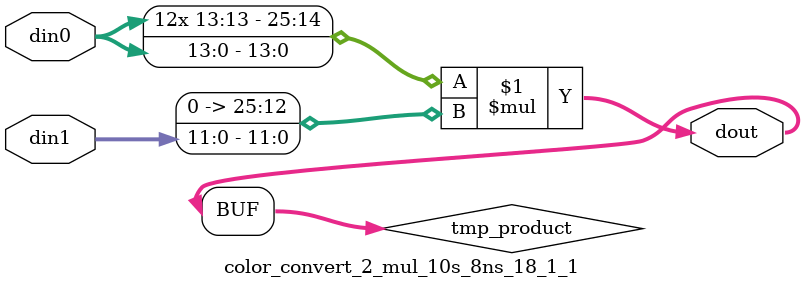
<source format=v>

`timescale 1 ns / 1 ps

  module color_convert_2_mul_10s_8ns_18_1_1(din0, din1, dout);
parameter ID = 1;
parameter NUM_STAGE = 0;
parameter din0_WIDTH = 14;
parameter din1_WIDTH = 12;
parameter dout_WIDTH = 26;

input [din0_WIDTH - 1 : 0] din0; 
input [din1_WIDTH - 1 : 0] din1; 
output [dout_WIDTH - 1 : 0] dout;

wire signed [dout_WIDTH - 1 : 0] tmp_product;












assign tmp_product = $signed(din0) * $signed({1'b0, din1});









assign dout = tmp_product;







endmodule

</source>
